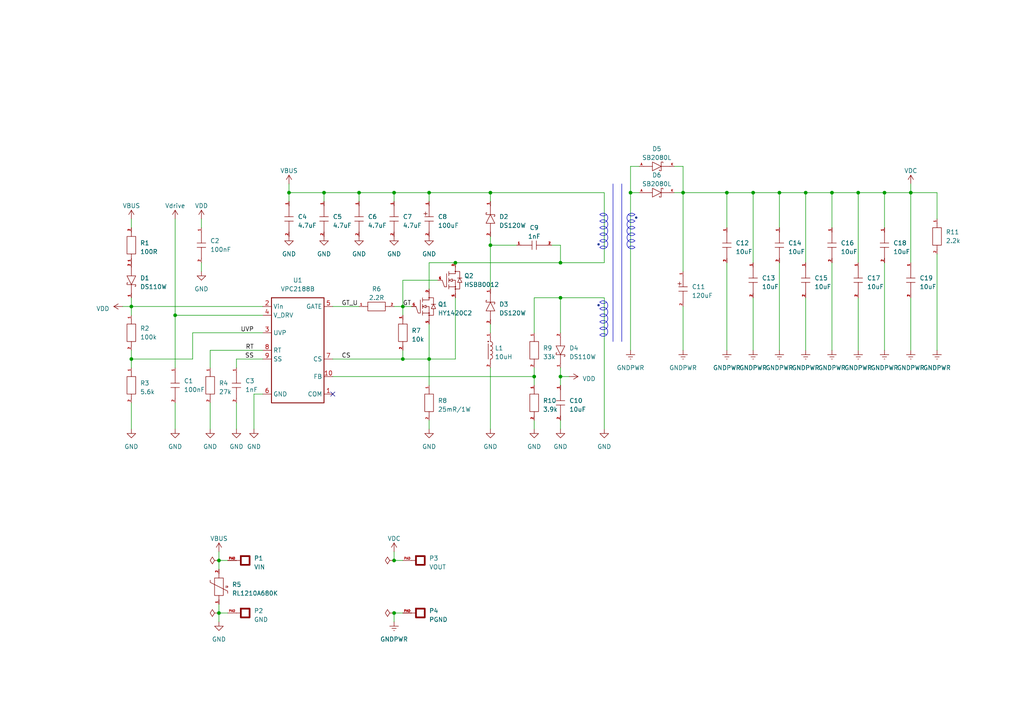
<source format=kicad_sch>
(kicad_sch (version 20230121) (generator eeschema)
  (paper "A4")
  (lib_symbols
    (symbol "001_Basic_PassiveComponents:001_Resistor" (pin_names (offset 1.016))
      (property "Reference" "R" (at -4.445 -2.54 0))
      (property "Value" "001_Resistor" (at 0 2.54 0))
      (symbol "001_Resistor_0_1"
        (rectangle (start -2.54 1.27) (end 2.54 -1.27))
        (polyline (pts (xy -3.81 0) (xy -2.54 0)))
        (polyline (pts (xy 2.54 0) (xy 3.81 0)))
      )
      (symbol "001_Resistor_1_1"
        (pin passive line (at -5.08 0 0) (length 1.27) (name "~") (number "1"))
        (pin passive line (at 5.08 0 180) (length 1.27) (name "~") (number "2"))
      )
    )
    (symbol "001_Basic_PassiveComponents:003_MetalOxideVaristors" (pin_names (offset 1.016))
      (property "Reference" "R" (at -4.445 -2.54 0))
      (property "Value" "003_MetalOxideVaristors" (at 0 5.08 0))
      (symbol "003_MetalOxideVaristors_0_1"
        (rectangle (start -2.54 1.27) (end 2.54 -1.27))
        (polyline (pts (xy -3.81 0) (xy -2.54 0)))
        (polyline (pts (xy 2.54 0) (xy 3.81 0)))
        (polyline (pts (xy -1.905 -2.54) (xy -1.27 -2.54) (xy 1.27 2.54) (xy 1.905 2.54)))
      )
      (symbol "003_MetalOxideVaristors_1_1"
        (text "U" (at 0 -2.286 0) (effects (font (size 0.635 0.635))))
        (pin passive line (at -5.08 0 0) (length 1.27) (name "~") (number "1"))
        (pin passive line (at 5.08 0 180) (length 1.27) (name "~") (number "2"))
      )
    )
    (symbol "001_Basic_PassiveComponents:101_Capacitor" (pin_names (offset 1.016))
      (property "Reference" "C" (at -4.445 -2.54 0))
      (property "Value" "101_Capacitor" (at 0 2.54 0))
      (symbol "101_Capacitor_0_1"
        (polyline (pts (xy -3.81 0) (xy -0.635 0)))
        (polyline (pts (xy -0.635 1.27) (xy -0.635 -1.27)))
        (polyline (pts (xy 0.635 0) (xy 3.81 0)))
        (polyline (pts (xy 0.635 1.27) (xy 0.635 -1.27)))
      )
      (symbol "101_Capacitor_1_1"
        (pin passive line (at -5.08 0 0) (length 1.27) (name "~") (number "1"))
        (pin passive line (at 5.08 0 180) (length 1.27) (name "~") (number "2"))
      )
    )
    (symbol "001_Basic_PassiveComponents:102_PolarCapacitor" (pin_names (offset 1.016))
      (property "Reference" "C" (at -4.445 -2.54 0))
      (property "Value" "102_PolarCapacitor" (at 0 2.54 0))
      (symbol "102_PolarCapacitor_0_1"
        (polyline (pts (xy -3.81 0) (xy -0.635 0)))
        (polyline (pts (xy -2.032 -1.016) (xy -1.016 -1.016)))
        (polyline (pts (xy -1.524 -0.508) (xy -1.524 -1.524)))
        (polyline (pts (xy -0.635 1.27) (xy -0.635 -1.27)))
        (polyline (pts (xy 0.635 0) (xy 3.81 0)))
        (polyline (pts (xy 0.635 1.27) (xy 0.635 -1.27)))
      )
      (symbol "102_PolarCapacitor_1_1"
        (pin passive line (at -5.08 0 0) (length 1.27) (name "~") (number "1"))
        (pin passive line (at 5.08 0 180) (length 1.27) (name "~") (number "2"))
      )
    )
    (symbol "001_Basic_PassiveComponents:202_PowerChoke" (pin_names (offset 1.016))
      (property "Reference" "L" (at -4.445 -2.54 0))
      (property "Value" "202_PowerChoke" (at 0 2.54 0))
      (symbol "202_PowerChoke_0_1"
        (circle (center -2.54 -0.635) (radius 0.127) (fill (type outline)))
        (arc (start -1.27 0) (mid -1.905 0.6323) (end -2.54 0))
        (arc (start 0 0) (mid -0.635 0.6323) (end -1.27 0))
        (polyline (pts (xy -2.54 0) (xy -3.81 0)))
        (polyline (pts (xy -1.905 -0.635) (xy 2.54 -0.635)))
        (polyline (pts (xy 2.54 0) (xy 3.81 0)))
        (arc (start 1.27 0) (mid 0.635 0.6323) (end 0 0))
        (arc (start 2.54 0) (mid 1.905 0.6323) (end 1.27 0))
      )
      (symbol "202_PowerChoke_1_1"
        (pin passive line (at -5.08 0 0) (length 1.27) (name "~") (number "1"))
        (pin passive line (at 5.08 0 180) (length 1.27) (name "~") (number "2"))
      )
    )
    (symbol "002_Basic_SingleSemiconductor:002_Diode_Schottky" (pin_names (offset 1.016) hide)
      (property "Reference" "D" (at -4.445 -2.54 0))
      (property "Value" "002_Diode_Schottky" (at 0 2.54 0))
      (symbol "002_Diode_Schottky_0_1"
        (polyline (pts (xy -3.81 0) (xy -1.27 0)))
        (polyline (pts (xy 1.27 0) (xy 3.81 0)))
        (polyline (pts (xy 1.27 1.27) (xy -1.27 0) (xy 1.27 -1.27) (xy 1.27 1.27)))
        (polyline (pts (xy -0.762 1.016) (xy -0.762 1.27) (xy -1.27 1.27) (xy -1.27 -1.27) (xy -1.778 -1.27) (xy -1.778 -1.016)))
      )
      (symbol "002_Diode_Schottky_1_1"
        (pin passive line (at -5.08 0 0) (length 1.27) (name "Cathode") (number "1"))
        (pin passive line (at 5.08 0 180) (length 1.27) (name "Anode") (number "2"))
      )
    )
    (symbol "104_IntegratedCircuit_SMPS-Controller:VPC2188B"
      (property "Reference" "U" (at -5.08 -17.78 0))
      (property "Value" "VPC2188B" (at 0 17.78 0))
      (symbol "VPC2188B_0_1"
        (rectangle (start -7.62 15.24) (end 7.62 -15.24) (stroke (width 0.254)))
      )
      (symbol "VPC2188B_1_1"
        (pin input line (at 10.16 -12.7 180) (length 2.54) (name "COM") (number "1"))
        (pin input line (at 10.16 -7.62 180) (length 2.54) (name "FB") (number "10"))
        (pin power_in line (at -10.16 12.7 0) (length 2.54) (name "Vin") (number "2"))
        (pin input line (at -10.16 5.08 0) (length 2.54) (name "UVP") (number "3"))
        (pin power_out line (at -10.16 10.16 0) (length 2.54) (name "V_DRV") (number "4"))
        (pin output line (at 10.16 12.7 180) (length 2.54) (name "GATE") (number "5"))
        (pin power_in line (at -10.16 -12.7 0) (length 2.54) (name "GND") (number "6"))
        (pin input line (at 10.16 -2.54 180) (length 2.54) (name "CS") (number "7"))
        (pin passive line (at -10.16 0 0) (length 2.54) (name "RT") (number "8"))
        (pin passive line (at -10.16 -2.54 0) (length 2.54) (name "SS") (number "9"))
      )
    )
    (symbol "201_Power_Diode:002_Diode_Schottky" (pin_names (offset 1.016) hide)
      (property "Reference" "D" (at -4.445 -2.54 0))
      (property "Value" "002_Diode_Schottky" (at 0 2.54 0))
      (symbol "002_Diode_Schottky_0_1"
        (polyline (pts (xy -3.81 0) (xy -1.27 0)))
        (polyline (pts (xy 1.27 0) (xy 3.81 0)))
        (polyline (pts (xy 1.27 1.27) (xy -1.27 0) (xy 1.27 -1.27) (xy 1.27 1.27)))
        (polyline (pts (xy -0.762 1.016) (xy -0.762 1.27) (xy -1.27 1.27) (xy -1.27 -1.27) (xy -1.778 -1.27) (xy -1.778 -1.016)))
      )
      (symbol "002_Diode_Schottky_1_1"
        (pin passive line (at 5.08 0 180) (length 1.27) (name "Anode") (number "A"))
        (pin passive line (at -5.08 0 0) (length 1.27) (name "Cathode") (number "K"))
      )
    )
    (symbol "202_Power_Transistor:001_MOSFET_N-ch" (pin_names (offset 1.016) hide)
      (property "Reference" "Q" (at 3.175 -1.27 0))
      (property "Value" "001_MOSFET_N-ch" (at 11.43 1.27 0))
      (symbol "001_MOSFET_N-ch_0_1"
        (circle (center 0 -2.54) (radius 0.127) (fill (type outline)))
        (circle (center 0 -1.905) (radius 0.127) (fill (type outline)))
        (polyline (pts (xy -1.905 -1.905) (xy 0 -1.905)))
        (polyline (pts (xy -1.905 -1.27) (xy -1.905 -2.54)))
        (polyline (pts (xy -1.905 0.635) (xy -1.905 -0.635)))
        (polyline (pts (xy -1.905 1.905) (xy 0 1.905)))
        (polyline (pts (xy -1.905 2.54) (xy -1.905 1.27)))
        (polyline (pts (xy 0 -1.905) (xy 0 -3.81)))
        (polyline (pts (xy 0 3.81) (xy 0 1.905)))
        (polyline (pts (xy 0.635 0.635) (xy 1.905 0.635)))
        (polyline (pts (xy -0.889 0) (xy 0 0) (xy 0 -1.905)))
        (polyline (pts (xy 0 -2.54) (xy 1.27 -2.54) (xy 1.27 -0.635)))
        (polyline (pts (xy 0 2.54) (xy 1.27 2.54) (xy 1.27 0.635)))
        (polyline (pts (xy -2.54 1.905) (xy -2.54 -1.905) (xy -3.175 -1.905) (xy -3.81 0)))
        (polyline (pts (xy -1.905 0) (xy -0.889 0.381) (xy -0.889 -0.381) (xy -1.905 0)))
        (polyline (pts (xy 1.27 0.635) (xy 0.635 -0.635) (xy 1.905 -0.635) (xy 1.27 0.635)))
        (circle (center 0 2.54) (radius 0.127) (fill (type outline)))
      )
      (symbol "001_MOSFET_N-ch_1_1"
        (pin passive line (at 0 5.08 270) (length 1.27) (name "Drain") (number "D"))
        (pin passive line (at -5.08 0 0) (length 1.27) (name "Gate") (number "G"))
        (pin passive line (at 0 -5.08 90) (length 1.27) (name "Source") (number "S"))
      )
    )
    (symbol "301_Link_Pad:Pad_Square" (pin_names hide)
      (property "Reference" "P" (at -2.54 -2.54 0))
      (property "Value" "Pad_Square" (at 0 3.81 0))
      (symbol "Pad_Square_0_1"
        (rectangle (start -1.27 1.27) (end 1.27 -1.27) (stroke (width 0.5)))
        (polyline (pts (xy -2.54 0) (xy -1.27 0)) (stroke (width 0.1524)))
      )
      (symbol "Pad_Square_1_1"
        (pin passive line (at -5.08 0 0) (length 2.54) (name "PAD") (number "PAD"))
      )
    )
    (symbol "PowerPort:VDD" (power) (pin_names (offset 0))
      (property "Value" "VDD" (at 0 3.81 0))
      (symbol "VDD_0_1"
        (polyline (pts (xy -0.762 1.27) (xy 0 2.54)))
        (polyline (pts (xy 0 0) (xy 0 2.54)))
        (polyline (pts (xy 0 2.54) (xy 0.762 1.27)))
      )
      (symbol "VDD_1_1"
        (pin power_in line (at 0 0 90) (length 0) hide (name "VDD") (number "1"))
      )
    )
    (symbol "power:GND" (power) (pin_names (offset 0))
      (property "Value" "GND" (at 0 -3.81 0))
      (symbol "GND_0_1"
        (polyline (pts (xy 0 0) (xy 0 -1.27) (xy 1.27 -1.27) (xy 0 -2.54) (xy -1.27 -1.27) (xy 0 -1.27)))
      )
      (symbol "GND_1_1"
        (pin power_in line (at 0 0 270) (length 0) hide (name "GND") (number "1"))
      )
    )
    (symbol "power:GNDPWR" (power) (pin_names (offset 0))
      (property "Value" "GNDPWR" (at 0 -3.302 0))
      (symbol "GNDPWR_0_1"
        (polyline (pts (xy -0.635 -1.905) (xy 0.635 -1.905)))
        (polyline (pts (xy -0.127 -2.54) (xy 0.127 -2.54)))
        (polyline (pts (xy 0 -1.27) (xy 0 0)))
        (polyline (pts (xy 1.27 -1.27) (xy -1.27 -1.27)))
      )
      (symbol "GNDPWR_1_1"
        (pin power_in line (at 0 0 270) (length 0) hide (name "GNDPWR") (number "1"))
      )
    )
    (symbol "power:PWR_FLAG" (power) (pin_numbers hide) (pin_names (offset 0) hide)
      (property "Value" "PWR_FLAG" (at 0 3.81 0))
      (symbol "PWR_FLAG_0_0"
        (pin power_out line (at 0 0 90) (length 0) (name "pwr") (number "1"))
      )
      (symbol "PWR_FLAG_0_1"
        (polyline (pts (xy 0 0) (xy 0 1.27) (xy -1.016 1.905) (xy 0 2.54) (xy 1.016 1.905) (xy 0 1.27)))
      )
    )
    (symbol "power:VBUS" (power) (pin_names (offset 0))
      (property "Value" "VBUS" (at 0 3.81 0))
      (symbol "VBUS_0_1"
        (polyline (pts (xy -0.762 1.27) (xy 0 2.54)))
        (polyline (pts (xy 0 0) (xy 0 2.54)))
        (polyline (pts (xy 0 2.54) (xy 0.762 1.27)))
      )
      (symbol "VBUS_1_1"
        (pin power_in line (at 0 0 90) (length 0) hide (name "VBUS") (number "1"))
      )
    )
    (symbol "power:VDC" (power) (pin_names (offset 0))
      (property "Value" "VDC" (at 0 6.35 0))
      (symbol "VDC_0_1"
        (polyline (pts (xy -0.762 1.27) (xy 0 2.54)))
        (polyline (pts (xy 0 0) (xy 0 2.54)))
        (polyline (pts (xy 0 2.54) (xy 0.762 1.27)))
      )
      (symbol "VDC_1_1"
        (pin power_in line (at 0 0 90) (length 0) hide (name "VDC") (number "1"))
      )
    )
    (symbol "power:Vdrive" (power) (pin_names (offset 0))
      (property "Value" "Vdrive" (at 0 3.81 0))
      (symbol "Vdrive_0_1"
        (polyline (pts (xy -0.762 1.27) (xy 0 2.54)))
        (polyline (pts (xy 0 0) (xy 0 2.54)))
        (polyline (pts (xy 0 2.54) (xy 0.762 1.27)))
      )
      (symbol "Vdrive_1_1"
        (pin power_in line (at 0 0 90) (length 0) hide (name "Vdrive") (number "1"))
      )
    )
  )
  (junction (at 83.82 55.88))
  (junction (at 248.92 55.88))
  (junction (at 226.06 55.88))
  (junction (at 124.46 104.14))
  (junction (at 104.14 55.88))
  (junction (at 63.5 177.8))
  (junction (at 63.5 162.56))
  (junction (at 198.12 55.88))
  (junction (at 38.1 104.14))
  (junction (at 124.46 55.88))
  (junction (at 142.24 71.12))
  (junction (at 218.44 55.88))
  (junction (at 241.3 55.88))
  (junction (at 182.88 55.88))
  (junction (at 210.82 55.88))
  (junction (at 50.8 91.44))
  (junction (at 162.56 76.2))
  (junction (at 142.24 55.88))
  (junction (at 154.94 109.22))
  (junction (at 233.68 55.88))
  (junction (at 114.3 177.8))
  (junction (at 162.56 86.36))
  (junction (at 114.3 162.56))
  (junction (at 116.84 104.14))
  (junction (at 132.08 76.2))
  (junction (at 256.54 55.88))
  (junction (at 264.16 55.88))
  (junction (at 38.1 88.9))
  (junction (at 116.84 88.9))
  (junction (at 162.56 109.22))
  (junction (at 114.3 55.88))
  (junction (at 93.98 55.88))
  (no_connect (at 96.52 114.3))
  (wire (pts (xy 132.08 76.2) (xy 162.56 76.2)))
  (wire (pts (xy 58.42 63.5) (xy 58.42 66.04)))
  (wire (pts (xy 124.46 93.98) (xy 124.46 104.14)))
  (wire (pts (xy 68.58 106.68) (xy 68.58 104.14)))
  (wire (pts (xy 154.94 106.68) (xy 154.94 109.22)))
  (wire (pts (xy 160.02 71.12) (xy 162.56 71.12)))
  (wire (pts (xy 114.3 177.8) (xy 116.84 177.8)))
  (wire (pts (xy 50.8 91.44) (xy 76.2 91.44)))
  (wire (pts (xy 142.24 68.58) (xy 142.24 71.12)))
  (wire (pts (xy 96.52 104.14) (xy 116.84 104.14)))
  (wire (pts (xy 218.44 86.36) (xy 218.44 101.6)))
  (wire (pts (xy 248.92 86.36) (xy 248.92 101.6)))
  (wire (pts (xy 114.3 160.02) (xy 114.3 162.56)))
  (wire (pts (xy 154.94 109.22) (xy 154.94 111.76)))
  (wire (pts (xy 116.84 88.9) (xy 119.38 88.9)))
  (wire (pts (xy 50.8 63.5) (xy 50.8 91.44)))
  (wire (pts (xy 182.88 55.88) (xy 185.42 55.88)))
  (wire (pts (xy 93.98 55.88) (xy 83.82 55.88)))
  (wire (pts (xy 68.58 104.14) (xy 76.2 104.14)))
  (wire (pts (xy 154.94 86.36) (xy 154.94 96.52)))
  (wire (pts (xy 226.06 76.2) (xy 226.06 101.6)))
  (wire (pts (xy 124.46 121.92) (xy 124.46 124.46)))
  (wire (pts (xy 38.1 88.9) (xy 76.2 88.9)))
  (wire (pts (xy 175.26 86.36) (xy 162.56 86.36)))
  (wire (pts (xy 142.24 55.88) (xy 142.24 58.42)))
  (wire (pts (xy 154.94 121.92) (xy 154.94 124.46)))
  (wire (pts (xy 96.52 88.9) (xy 104.14 88.9)))
  (wire (pts (xy 63.5 175.26) (xy 63.5 177.8)))
  (wire (pts (xy 116.84 104.14) (xy 124.46 104.14)))
  (wire (pts (xy 114.3 88.9) (xy 116.84 88.9)))
  (wire (pts (xy 162.56 121.92) (xy 162.56 124.46)))
  (wire (pts (xy 35.56 88.9) (xy 38.1 88.9)))
  (wire (pts (xy 73.66 124.46) (xy 73.66 114.3)))
  (wire (pts (xy 256.54 76.2) (xy 256.54 101.6)))
  (wire (pts (xy 142.24 71.12) (xy 142.24 83.82)))
  (wire (pts (xy 271.78 55.88) (xy 264.16 55.88)))
  (wire (pts (xy 114.3 55.88) (xy 114.3 58.42)))
  (wire (pts (xy 264.16 55.88) (xy 256.54 55.88)))
  (wire (pts (xy 38.1 86.36) (xy 38.1 88.9)))
  (wire (pts (xy 182.88 48.26) (xy 182.88 55.88)))
  (wire (pts (xy 93.98 55.88) (xy 93.98 58.42)))
  (wire (pts (xy 114.3 162.56) (xy 116.84 162.56)))
  (wire (pts (xy 233.68 55.88) (xy 226.06 55.88)))
  (wire (pts (xy 271.78 73.66) (xy 271.78 101.6)))
  (wire (pts (xy 218.44 55.88) (xy 210.82 55.88)))
  (wire (pts (xy 175.26 86.36) (xy 175.26 124.46)))
  (wire (pts (xy 198.12 48.26) (xy 198.12 55.88)))
  (wire (pts (xy 55.88 96.52) (xy 55.88 104.14)))
  (wire (pts (xy 162.56 76.2) (xy 175.26 76.2)))
  (wire (pts (xy 127 81.28) (xy 116.84 81.28)))
  (wire (pts (xy 162.56 109.22) (xy 165.1 109.22)))
  (wire (pts (xy 50.8 116.84) (xy 50.8 124.46)))
  (wire (pts (xy 271.78 63.5) (xy 271.78 55.88)))
  (wire (pts (xy 66.04 162.56) (xy 63.5 162.56)))
  (wire (pts (xy 132.08 104.14) (xy 124.46 104.14)))
  (wire (pts (xy 38.1 116.84) (xy 38.1 124.46)))
  (wire (pts (xy 38.1 101.6) (xy 38.1 104.14)))
  (wire (pts (xy 60.96 101.6) (xy 60.96 106.68)))
  (wire (pts (xy 83.82 53.34) (xy 83.82 55.88)))
  (wire (pts (xy 104.14 55.88) (xy 104.14 58.42)))
  (wire (pts (xy 124.46 76.2) (xy 124.46 83.82)))
  (wire (pts (xy 175.26 76.2) (xy 175.26 55.88)))
  (wire (pts (xy 256.54 55.88) (xy 256.54 66.04)))
  (wire (pts (xy 55.88 104.14) (xy 38.1 104.14)))
  (wire (pts (xy 116.84 81.28) (xy 116.84 88.9)))
  (wire (pts (xy 58.42 76.2) (xy 58.42 78.74)))
  (wire (pts (xy 38.1 63.5) (xy 38.1 66.04)))
  (wire (pts (xy 132.08 86.36) (xy 132.08 104.14)))
  (wire (pts (xy 73.66 114.3) (xy 76.2 114.3)))
  (wire (pts (xy 83.82 55.88) (xy 83.82 58.42)))
  (wire (pts (xy 162.56 86.36) (xy 154.94 86.36)))
  (wire (pts (xy 76.2 96.52) (xy 55.88 96.52)))
  (wire (pts (xy 63.5 162.56) (xy 63.5 165.1)))
  (wire (pts (xy 248.92 55.88) (xy 241.3 55.88)))
  (wire (pts (xy 50.8 106.68) (xy 50.8 91.44)))
  (wire (pts (xy 162.56 86.36) (xy 162.56 96.52)))
  (wire (pts (xy 114.3 180.34) (xy 114.3 177.8)))
  (wire (pts (xy 233.68 86.36) (xy 233.68 101.6)))
  (wire (pts (xy 256.54 55.88) (xy 248.92 55.88)))
  (polyline (pts (xy 180.34 53.34) (xy 180.34 99.06)))
  (wire (pts (xy 241.3 76.2) (xy 241.3 101.6)))
  (wire (pts (xy 63.5 177.8) (xy 66.04 177.8)))
  (wire (pts (xy 241.3 55.88) (xy 233.68 55.88)))
  (wire (pts (xy 114.3 55.88) (xy 124.46 55.88)))
  (polyline (pts (xy 177.8 53.34) (xy 177.8 99.06)))
  (wire (pts (xy 198.12 55.88) (xy 210.82 55.88)))
  (wire (pts (xy 248.92 55.88) (xy 248.92 76.2)))
  (wire (pts (xy 116.84 88.9) (xy 116.84 91.44)))
  (wire (pts (xy 226.06 55.88) (xy 226.06 66.04)))
  (wire (pts (xy 175.26 55.88) (xy 142.24 55.88)))
  (wire (pts (xy 124.46 55.88) (xy 124.46 58.42)))
  (wire (pts (xy 195.58 48.26) (xy 198.12 48.26)))
  (wire (pts (xy 264.16 55.88) (xy 264.16 76.2)))
  (wire (pts (xy 124.46 104.14) (xy 124.46 111.76)))
  (wire (pts (xy 264.16 53.34) (xy 264.16 55.88)))
  (wire (pts (xy 76.2 101.6) (xy 60.96 101.6)))
  (wire (pts (xy 38.1 88.9) (xy 38.1 91.44)))
  (wire (pts (xy 38.1 104.14) (xy 38.1 106.68)))
  (wire (pts (xy 218.44 55.88) (xy 218.44 76.2)))
  (wire (pts (xy 233.68 55.88) (xy 233.68 76.2)))
  (wire (pts (xy 104.14 55.88) (xy 114.3 55.88)))
  (wire (pts (xy 142.24 55.88) (xy 124.46 55.88)))
  (wire (pts (xy 210.82 55.88) (xy 210.82 66.04)))
  (wire (pts (xy 226.06 55.88) (xy 218.44 55.88)))
  (wire (pts (xy 162.56 106.68) (xy 162.56 109.22)))
  (wire (pts (xy 63.5 180.34) (xy 63.5 177.8)))
  (wire (pts (xy 116.84 101.6) (xy 116.84 104.14)))
  (wire (pts (xy 198.12 55.88) (xy 195.58 55.88)))
  (wire (pts (xy 68.58 116.84) (xy 68.58 124.46)))
  (wire (pts (xy 264.16 86.36) (xy 264.16 101.6)))
  (wire (pts (xy 104.14 55.88) (xy 93.98 55.88)))
  (wire (pts (xy 162.56 109.22) (xy 162.56 111.76)))
  (wire (pts (xy 182.88 55.88) (xy 182.88 101.6)))
  (wire (pts (xy 198.12 88.9) (xy 198.12 101.6)))
  (wire (pts (xy 210.82 76.2) (xy 210.82 101.6)))
  (wire (pts (xy 63.5 162.56) (xy 63.5 160.02)))
  (wire (pts (xy 198.12 55.88) (xy 198.12 78.74)))
  (wire (pts (xy 142.24 71.12) (xy 149.86 71.12)))
  (wire (pts (xy 124.46 76.2) (xy 132.08 76.2)))
  (wire (pts (xy 142.24 93.98) (xy 142.24 96.52)))
  (wire (pts (xy 185.42 48.26) (xy 182.88 48.26)))
  (wire (pts (xy 162.56 71.12) (xy 162.56 76.2)))
  (wire (pts (xy 96.52 109.22) (xy 154.94 109.22)))
  (wire (pts (xy 142.24 106.68) (xy 142.24 124.46)))
  (wire (pts (xy 241.3 55.88) (xy 241.3 66.04)))
  (wire (pts (xy 60.96 116.84) (xy 60.96 124.46)))
  (arc (start 173.99 71.755) (mid 174.9425 71.3604) (end 175.895 71.755))
  (arc (start 175.895 64.135) (mid 176.2848 65.0882) (end 175.895 66.04))
  (arc (start 182.245 67.945) (mid 183.1975 67.5551) (end 184.15 67.945))
  (arc (start 175.895 91.44) (mid 174.9425 91.8304) (end 173.99 91.44))
  (arc (start 175.895 89.535) (mid 174.9425 89.9254) (end 173.99 89.535))
  (arc (start 173.99 69.85) (mid 174.9425 69.4596) (end 175.895 69.85))
  (arc (start 175.895 69.85) (mid 176.2785 70.8018) (end 175.895 71.755))
  (arc (start 173.99 97.155) (mid 174.9425 96.7604) (end 175.895 97.155))
  (arc (start 175.895 67.945) (mid 174.9425 68.3349) (end 173.99 67.945))
  (arc (start 184.15 62.23) (mid 183.1975 62.6246) (end 182.245 62.23))
  (arc (start 182.245 66.04) (mid 181.8671 65.0882) (end 182.245 64.135))
  (arc (start 173.99 64.135) (mid 174.9425 63.7446) (end 175.895 64.135))
  (arc (start 182.245 69.85) (mid 183.1975 69.4601) (end 184.15 69.85))
  (arc (start 175.895 66.04) (mid 174.9425 66.4299) (end 173.99 66.04))
  (arc (start 175.895 97.155) (mid 174.9425 97.5454) (end 173.99 97.155))
  (circle (center 173.609 88.519) (radius 0.254) (fill (type color) (color 0 72 0 1)))
  (circle (center 184.531 63.119) (radius 0.254) (fill (type color) (color 0 72 0 1)))
  (arc (start 182.245 62.23) (mid 183.1975 61.8401) (end 184.15 62.23))
  (arc (start 175.895 95.25) (mid 174.9425 95.6404) (end 173.99 95.25))
  (arc (start 173.99 91.44) (mid 174.9425 91.0501) (end 175.895 91.44))
  (arc (start 173.99 87.63) (mid 174.9425 87.2401) (end 175.895 87.63))
  (arc (start 175.895 87.63) (mid 176.2757 88.5818) (end 175.895 89.535))
  (arc (start 173.99 66.04) (mid 174.9425 65.6496) (end 175.895 66.04))
  (arc (start 182.245 71.755) (mid 183.1975 71.3604) (end 184.15 71.755))
  (arc (start 175.895 93.345) (mid 176.2877 94.2982) (end 175.895 95.25))
  (arc (start 184.15 66.04) (mid 183.1975 66.4304) (end 182.245 66.04))
  (arc (start 182.245 71.755) (mid 181.8523 70.8018) (end 182.245 69.85))
  (arc (start 175.895 64.135) (mid 174.9425 64.5249) (end 173.99 64.135))
  (arc (start 173.99 95.25) (mid 174.9425 94.8601) (end 175.895 95.25))
  (arc (start 182.245 67.945) (mid 181.8523 66.9918) (end 182.245 66.04))
  (arc (start 175.895 89.535) (mid 176.2848 90.4882) (end 175.895 91.44))
  (arc (start 175.895 71.755) (mid 174.9425 72.1449) (end 173.99 71.755))
  (arc (start 184.15 71.755) (mid 183.1975 72.1454) (end 182.245 71.755))
  (arc (start 184.15 69.85) (mid 183.1975 70.2404) (end 182.245 69.85))
  (arc (start 175.895 95.25) (mid 176.2757 96.2018) (end 175.895 97.155))
  (arc (start 173.99 89.535) (mid 174.9425 89.1451) (end 175.895 89.535))
  (arc (start 173.99 62.23) (mid 174.9425 61.8396) (end 175.895 62.23))
  (arc (start 173.99 93.345) (mid 174.9425 92.9551) (end 175.895 93.345))
  (arc (start 175.895 62.23) (mid 176.2785 63.1818) (end 175.895 64.135))
  (circle (center 173.609 70.866) (radius 0.254) (fill (type color) (color 0 72 0 1)))
  (arc (start 175.895 87.63) (mid 174.9425 88.0246) (end 173.99 87.63))
  (arc (start 175.895 93.345) (mid 174.9425 93.7354) (end 173.99 93.345))
  (arc (start 173.99 67.945) (mid 174.9425 67.5546) (end 175.895 67.945))
  (arc (start 184.15 64.135) (mid 183.1975 64.5254) (end 182.245 64.135))
  (arc (start 175.895 67.945) (mid 176.2819 68.8982) (end 175.895 69.85))
  (arc (start 182.245 66.04) (mid 183.1975 65.6501) (end 184.15 66.04))
  (arc (start 182.245 69.85) (mid 181.8643 68.8982) (end 182.245 67.945))
  (arc (start 182.245 64.135) (mid 183.1975 63.7451) (end 184.15 64.135))
  (arc (start 182.245 64.135) (mid 181.8523 63.1818) (end 182.245 62.23))
  (arc (start 184.15 67.945) (mid 183.1975 68.3354) (end 182.245 67.945))
  (arc (start 175.895 66.04) (mid 176.2785 66.9918) (end 175.895 67.945))
  (arc (start 175.895 91.44) (mid 176.2757 92.3918) (end 175.895 93.345))
  (arc (start 175.895 69.85) (mid 174.9425 70.2399) (end 173.99 69.85))
  (arc (start 175.895 62.23) (mid 174.9425 62.6246) (end 173.99 62.23))
  (label "RT" (at 73.66 101.6 180))
  (label "CS" (at 99.06 104.14 0))
  (label "SS" (at 73.66 104.14 180))
  (label "GT_U" (at 99.06 88.9 0))
  (label "GT" (at 116.84 88.9 0))
  (label "UVP" (at 73.66 96.52 180))
  (symbol (lib_id "301_Link_Pad:Pad_Square") (at 71.12 177.8 0) (unit 1)
    (property "Reference" "P2" (at 73.66 177.165 0) (effects (justify left)))
    (property "Value" "GND" (at 73.66 179.705 0) (effects (justify left)))
    (property "Footprint" "302_MECH_PAD:SMP-Q_2020" (effects hide))
    (property "Symbol type" "Alternate Source" (effects hide))
  )
  (symbol (lib_id "001_Basic_PassiveComponents:101_Capacitor") (at 248.92 81.28 270) (unit 1)
    (property "Reference" "C17" (at 251.46 80.645 90) (effects (justify left)))
    (property "Value" "10uF" (at 251.46 83.185 90) (effects (justify left)))
    (property "Footprint" "001_GN_RCL_SMD:C0603(1608M)" (effects hide))
    (property "Symbol type" "Alternate Source" (effects hide))
  )
  (symbol (lib_id "001_Basic_PassiveComponents:001_Resistor") (at 271.78 68.58 270) (unit 1)
    (property "Reference" "R11" (at 274.32 67.31 90) (effects (justify left)))
    (property "Value" "2.2k" (at 274.32 69.85 90) (effects (justify left)))
    (property "Footprint" "001_GN_RCL_SMD:R1206(3216M)" (effects hide))
    (property "Symbol type" "Alternate Source" (effects hide))
  )
  (symbol (lib_id "power:GND") (at 124.46 124.46 0) (unit 1)
    (property "Reference" "#PWR021" (effects hide))
    (property "Value" "GND" (at 124.46 129.54 0))
  )
  (symbol (lib_id "001_Basic_PassiveComponents:101_Capacitor") (at 93.98 63.5 270) (unit 1)
    (property "Reference" "C5" (at 96.52 62.865 90) (effects (justify left)))
    (property "Value" "4.7uF" (at 96.52 65.405 90) (effects (justify left)))
    (property "Footprint" "001_GN_RCL_SMD:C1210(3225M)" (effects hide))
    (property "Symbol type" "Alternate Source" (effects hide))
  )
  (symbol (lib_id "power:GNDPWR") (at 210.82 101.6 0) (unit 1)
    (property "Reference" "#PWR029" (effects hide))
    (property "Value" "GNDPWR" (at 210.82 106.68 0))
  )
  (symbol (lib_id "PowerPort:VDD") (at 35.56 88.9 90) (unit 1)
    (property "Reference" "#PWR01" (effects hide))
    (property "Value" "VDD" (at 31.75 89.535 90) (effects (justify left)))
  )
  (symbol (lib_id "002_Basic_SingleSemiconductor:002_Diode_Schottky") (at 142.24 63.5 270) (unit 1)
    (property "Reference" "D2" (at 144.78 62.865 90) (effects (justify left)))
    (property "Value" "DS120W" (at 144.78 65.405 90) (effects (justify left)))
    (property "Footprint" "002_GN_TWO-PIN_PLASTIC_SMD:SOD-123F" (effects hide))
    (property "Symbol type" "Alternate Source" (effects hide))
  )
  (symbol (lib_id "001_Basic_PassiveComponents:001_Resistor") (at 60.96 111.76 270) (unit 1)
    (property "Reference" "R4" (at 63.5 111.125 90) (effects (justify left)))
    (property "Value" "27k" (at 63.5 113.665 90) (effects (justify left)))
    (property "Footprint" "001_GN_RCL_SMD:R0603(1608M)" (effects hide))
    (property "Symbol type" "Alternate Source" (effects hide))
  )
  (symbol (lib_id "001_Basic_PassiveComponents:101_Capacitor") (at 256.54 71.12 270) (unit 1)
    (property "Reference" "C18" (at 259.08 70.485 90) (effects (justify left)))
    (property "Value" "10uF" (at 259.08 73.025 90) (effects (justify left)))
    (property "Footprint" "001_GN_RCL_SMD:C0603(1608M)" (effects hide))
    (property "Symbol type" "Alternate Source" (effects hide))
  )
  (symbol (lib_id "power:GNDPWR") (at 218.44 101.6 0) (unit 1)
    (property "Reference" "#PWR030" (effects hide))
    (property "Value" "GNDPWR" (at 218.44 106.68 0))
  )
  (symbol (lib_id "power:GND") (at 83.82 68.58 0) (unit 1)
    (property "Reference" "#PWR014" (effects hide))
    (property "Value" "GND" (at 83.82 73.66 0))
  )
  (symbol (lib_id "power:PWR_FLAG") (at 114.3 177.8 90) (unit 1)
    (property "Reference" "#FLG04" (effects hide))
    (property "Value" "PWR_FLAG" (effects hide))
  )
  (symbol (lib_id "001_Basic_PassiveComponents:101_Capacitor") (at 210.82 71.12 270) (unit 1)
    (property "Reference" "C12" (at 213.36 70.485 90) (effects (justify left)))
    (property "Value" "10uF" (at 213.36 73.025 90) (effects (justify left)))
    (property "Footprint" "001_GN_RCL_SMD:C0603(1608M)" (effects hide))
    (property "Symbol type" "Alternate Source" (effects hide))
  )
  (symbol (lib_id "002_Basic_SingleSemiconductor:002_Diode_Schottky") (at 142.24 88.9 270) (unit 1)
    (property "Reference" "D3" (at 144.78 88.265 90) (effects (justify left)))
    (property "Value" "DS120W" (at 144.78 90.805 90) (effects (justify left)))
    (property "Footprint" "002_GN_TWO-PIN_PLASTIC_SMD:SOD-123F" (effects hide))
    (property "Symbol type" "Alternate Source" (effects hide))
  )
  (symbol (lib_id "001_Basic_PassiveComponents:101_Capacitor") (at 58.42 71.12 270) (unit 1)
    (property "Reference" "C2" (at 60.96 69.8499 90) (effects (justify left)))
    (property "Value" "100nF" (at 60.96 72.3899 90) (effects (justify left)))
    (property "Footprint" "001_GN_RCL_SMD:C0603(1608M)" (effects hide))
    (property "Symbol type" "Alternate Source" (effects hide))
  )
  (symbol (lib_id "power:VDC") (at 114.3 160.02 0) (unit 1)
    (property "Reference" "#PWR018" (effects hide))
    (property "Value" "VDC" (at 114.3 156.21 0))
  )
  (symbol (lib_id "power:GND") (at 124.46 68.58 0) (unit 1)
    (property "Reference" "#PWR020" (effects hide))
    (property "Value" "GND" (at 124.46 73.66 0))
  )
  (symbol (lib_id "power:PWR_FLAG") (at 114.3 162.56 90) (unit 1)
    (property "Reference" "#FLG03" (effects hide))
    (property "Value" "PWR_FLAG" (effects hide))
  )
  (symbol (lib_id "power:GND") (at 68.58 124.46 0) (unit 1)
    (property "Reference" "#PWR011" (effects hide))
    (property "Value" "GND" (at 68.58 129.54 0))
  )
  (symbol (lib_id "104_IntegratedCircuit_SMPS-Controller:VPC2188B") (at 86.36 101.6 0) (unit 1)
    (property "Reference" "U1" (at 86.36 81.28 0))
    (property "Value" "VPC2188B" (at 86.36 83.82 0))
    (property "Footprint" "004_GN_MIDDLE-SEMI_SMD:MSOP-10_3030" (effects hide))
    (property "Symbol type" "Specified Device" (effects hide))
    (property "LCSC" "C5187312" (effects hide))
    (property "JlcRotOffset" "0" (effects hide))
  )
  (symbol (lib_id "power:GNDPWR") (at 271.78 101.6 0) (unit 1)
    (property "Reference" "#PWR038" (effects hide))
    (property "Value" "GNDPWR" (at 271.78 106.68 0))
  )
  (symbol (lib_id "power:GNDPWR") (at 256.54 101.6 0) (unit 1)
    (property "Reference" "#PWR035" (effects hide))
    (property "Value" "GNDPWR" (at 256.54 106.68 0))
  )
  (symbol (lib_id "power:GNDPWR") (at 198.12 101.6 0) (unit 1)
    (property "Reference" "#PWR028" (effects hide))
    (property "Value" "GNDPWR" (at 198.12 106.68 0))
  )
  (symbol (lib_id "power:GND") (at 63.5 180.34 0) (unit 1)
    (property "Reference" "#PWR010" (effects hide))
    (property "Value" "GND" (at 63.5 185.42 0))
  )
  (symbol (lib_id "power:GND") (at 50.8 124.46 0) (unit 1)
    (property "Reference" "#PWR05" (effects hide))
    (property "Value" "GND" (at 50.8 129.54 0))
  )
  (symbol (lib_id "001_Basic_PassiveComponents:001_Resistor") (at 116.84 96.52 270) (unit 1)
    (property "Reference" "R7" (at 119.38 95.885 90) (effects (justify left)))
    (property "Value" "10k" (at 119.38 98.425 90) (effects (justify left)))
    (property "Footprint" "001_GN_RCL_SMD:R0603(1608M)" (effects hide))
    (property "Symbol type" "Alternate Source" (effects hide))
  )
  (symbol (lib_id "001_Basic_PassiveComponents:101_Capacitor") (at 264.16 81.28 270) (unit 1)
    (property "Reference" "C19" (at 266.7 80.645 90) (effects (justify left)))
    (property "Value" "10uF" (at 266.7 83.185 90) (effects (justify left)))
    (property "Footprint" "001_GN_RCL_SMD:C0603(1608M)" (effects hide))
    (property "Symbol type" "Alternate Source" (effects hide))
  )
  (symbol (lib_id "301_Link_Pad:Pad_Square") (at 71.12 162.56 0) (unit 1)
    (property "Reference" "P1" (at 73.66 161.925 0) (effects (justify left)))
    (property "Value" "VIN" (at 73.66 164.465 0) (effects (justify left)))
    (property "Footprint" "302_MECH_PAD:SMP-Q_2020" (effects hide))
    (property "Symbol type" "Alternate Source" (effects hide))
  )
  (symbol (lib_id "power:GND") (at 73.66 124.46 0) (unit 1)
    (property "Reference" "#PWR012" (effects hide))
    (property "Value" "GND" (at 73.66 129.54 0))
  )
  (symbol (lib_id "power:GNDPWR") (at 226.06 101.6 0) (unit 1)
    (property "Reference" "#PWR031" (effects hide))
    (property "Value" "GNDPWR" (at 226.06 106.68 0))
  )
  (symbol (lib_id "power:GNDPWR") (at 241.3 101.6 0) (unit 1)
    (property "Reference" "#PWR033" (effects hide))
    (property "Value" "GNDPWR" (at 241.3 106.68 0))
  )
  (symbol (lib_id "001_Basic_PassiveComponents:101_Capacitor") (at 218.44 81.28 270) (unit 1)
    (property "Reference" "C13" (at 220.98 80.645 90) (effects (justify left)))
    (property "Value" "10uF" (at 220.98 83.185 90) (effects (justify left)))
    (property "Footprint" "001_GN_RCL_SMD:C0603(1608M)" (effects hide))
    (property "Symbol type" "Alternate Source" (effects hide))
  )
  (symbol (lib_id "001_Basic_PassiveComponents:101_Capacitor") (at 226.06 71.12 270) (unit 1)
    (property "Reference" "C14" (at 228.6 70.485 90) (effects (justify left)))
    (property "Value" "10uF" (at 228.6 73.025 90) (effects (justify left)))
    (property "Footprint" "001_GN_RCL_SMD:C0603(1608M)" (effects hide))
    (property "Symbol type" "Alternate Source" (effects hide))
  )
  (symbol (lib_id "001_Basic_PassiveComponents:101_Capacitor") (at 114.3 63.5 270) (unit 1)
    (property "Reference" "C7" (at 116.84 62.865 90) (effects (justify left)))
    (property "Value" "4.7uF" (at 116.84 65.405 90) (effects (justify left)))
    (property "Footprint" "001_GN_RCL_SMD:C1210(3225M)" (effects hide))
    (property "Symbol type" "Alternate Source" (effects hide))
  )
  (symbol (lib_id "001_Basic_PassiveComponents:101_Capacitor") (at 104.14 63.5 270) (unit 1)
    (property "Reference" "C6" (at 106.68 62.865 90) (effects (justify left)))
    (property "Value" "4.7uF" (at 106.68 65.405 90) (effects (justify left)))
    (property "Footprint" "001_GN_RCL_SMD:C1210(3225M)" (effects hide))
    (property "Symbol type" "Alternate Source" (effects hide))
  )
  (symbol (lib_id "power:GNDPWR") (at 114.3 180.34 0) (unit 1)
    (property "Reference" "#PWR019" (effects hide))
    (property "Value" "GNDPWR" (at 114.3 185.42 0))
  )
  (symbol (lib_id "001_Basic_PassiveComponents:202_PowerChoke") (at 142.24 101.6 270) (unit 1)
    (property "Reference" "L1" (at 143.51 100.965 90) (effects (justify left)))
    (property "Value" "10uH" (at 143.51 103.505 90) (effects (justify left)))
    (property "Footprint" "008_GN_POWER-CHOKE_SMD:MC-2520" (effects hide))
    (property "Symbol type" "Alternate Source" (effects hide))
  )
  (symbol (lib_id "power:GND") (at 60.96 124.46 0) (unit 1)
    (property "Reference" "#PWR08" (effects hide))
    (property "Value" "GND" (at 60.96 129.54 0))
  )
  (symbol (lib_id "power:GND") (at 93.98 68.58 0) (unit 1)
    (property "Reference" "#PWR015" (effects hide))
    (property "Value" "GND" (at 93.98 73.66 0))
  )
  (symbol (lib_id "power:VBUS") (at 63.5 160.02 0) (unit 1)
    (property "Reference" "#PWR09" (effects hide))
    (property "Value" "VBUS" (at 63.5 156.21 0))
  )
  (symbol (lib_id "power:PWR_FLAG") (at 63.5 162.56 90) (unit 1)
    (property "Reference" "#FLG01" (effects hide))
    (property "Value" "PWR_FLAG" (effects hide))
  )
  (symbol (lib_id "001_Basic_PassiveComponents:001_Resistor") (at 109.22 88.9 0) (unit 1)
    (property "Reference" "R6" (at 109.22 83.82 0))
    (property "Value" "2.2R" (at 109.22 86.36 0))
    (property "Footprint" "001_GN_RCL_SMD:R0603(1608M)" (effects hide))
    (property "Symbol type" "Alternate Source" (effects hide))
  )
  (symbol (lib_id "PowerPort:VDD") (at 165.1 109.22 270) (unit 1)
    (property "Reference" "#PWR025" (effects hide))
    (property "Value" "VDD" (at 168.91 109.855 90) (effects (justify left)))
  )
  (symbol (lib_id "power:GND") (at 162.56 124.46 0) (unit 1)
    (property "Reference" "#PWR024" (effects hide))
    (property "Value" "GND" (at 162.56 129.54 0))
  )
  (symbol (lib_id "001_Basic_PassiveComponents:101_Capacitor") (at 241.3 71.12 270) (unit 1)
    (property "Reference" "C16" (at 243.84 70.485 90) (effects (justify left)))
    (property "Value" "10uF" (at 243.84 73.025 90) (effects (justify left)))
    (property "Footprint" "001_GN_RCL_SMD:C0603(1608M)" (effects hide))
    (property "Symbol type" "Alternate Source" (effects hide))
  )
  (symbol (lib_id "power:GND") (at 38.1 124.46 0) (unit 1)
    (property "Reference" "#PWR03" (effects hide))
    (property "Value" "GND" (at 38.1 129.54 0))
  )
  (symbol (lib_id "PowerPort:VDD") (at 58.42 63.5 0) (unit 1)
    (property "Reference" "#PWR06" (effects hide))
    (property "Value" "VDD" (at 58.42 59.69 0))
  )
  (symbol (lib_id "001_Basic_PassiveComponents:001_Resistor") (at 38.1 111.76 270) (unit 1)
    (property "Reference" "R3" (at 40.64 111.125 90) (effects (justify left)))
    (property "Value" "5.6k" (at 40.64 113.665 90) (effects (justify left)))
    (property "Footprint" "001_GN_RCL_SMD:R0603(1608M)" (effects hide))
    (property "Symbol type" "Alternate Source" (effects hide))
  )
  (symbol (lib_id "001_Basic_PassiveComponents:101_Capacitor") (at 83.82 63.5 270) (unit 1)
    (property "Reference" "C4" (at 86.36 62.865 90) (effects (justify left)))
    (property "Value" "4.7uF" (at 86.36 65.405 90) (effects (justify left)))
    (property "Footprint" "001_GN_RCL_SMD:C1210(3225M)" (effects hide))
    (property "Symbol type" "Alternate Source" (effects hide))
  )
  (symbol (lib_id "power:GND") (at 114.3 68.58 0) (unit 1)
    (property "Reference" "#PWR017" (effects hide))
    (property "Value" "GND" (at 114.3 73.66 0))
  )
  (symbol (lib_id "power:GND") (at 175.26 124.46 0) (unit 1)
    (property "Reference" "#PWR026" (effects hide))
    (property "Value" "GND" (at 175.26 129.54 0))
  )
  (symbol (lib_id "power:GND") (at 142.24 124.46 0) (unit 1)
    (property "Reference" "#PWR022" (effects hide))
    (property "Value" "GND" (at 142.24 129.54 0))
  )
  (symbol (lib_id "002_Basic_SingleSemiconductor:002_Diode_Schottky") (at 38.1 81.28 90) (unit 1)
    (property "Reference" "D1" (at 40.64 80.645 90) (effects (justify right)))
    (property "Value" "DS110W" (at 40.64 83.185 90) (effects (justify right)))
    (property "Footprint" "002_GN_TWO-PIN_PLASTIC_SMD:SOD-123F" (effects hide))
    (property "Symbol type" "Alternate Source" (effects hide))
  )
  (symbol (lib_id "power:GND") (at 104.14 68.58 0) (unit 1)
    (property "Reference" "#PWR016" (effects hide))
    (property "Value" "GND" (at 104.14 73.66 0))
  )
  (symbol (lib_id "201_Power_Diode:002_Diode_Schottky") (at 190.5 48.26 180) (unit 1)
    (property "Reference" "D5" (at 190.5 43.18 0))
    (property "Value" "SB2080L" (at 190.5 45.72 0))
    (property "Footprint" "102_SP_POWER_DIODE_SMD:TO-277B" (effects hide))
    (property "Symbol type" "Alternate Source" (effects hide))
    (property "LCSC" "C2962210" (effects hide))
  )
  (symbol (lib_id "power:Vdrive") (at 50.8 63.5 0) (unit 1)
    (property "Reference" "#PWR04" (effects hide))
    (property "Value" "Vdrive" (at 50.8 59.69 0))
  )
  (symbol (lib_id "power:GNDPWR") (at 233.68 101.6 0) (unit 1)
    (property "Reference" "#PWR032" (effects hide))
    (property "Value" "GNDPWR" (at 233.68 106.68 0))
  )
  (symbol (lib_id "001_Basic_PassiveComponents:001_Resistor") (at 154.94 101.6 270) (unit 1)
    (property "Reference" "R9" (at 157.48 100.965 90) (effects (justify left)))
    (property "Value" "33k" (at 157.48 103.505 90) (effects (justify left)))
    (property "Footprint" "001_GN_RCL_SMD:R0603(1608M)" (effects hide))
    (property "Symbol type" "Alternate Source" (effects hide))
  )
  (symbol (lib_id "001_Basic_PassiveComponents:101_Capacitor") (at 50.8 111.76 270) (unit 1)
    (property "Reference" "C1" (at 53.34 110.4899 90) (effects (justify left)))
    (property "Value" "100nF" (at 53.34 113.0299 90) (effects (justify left)))
    (property "Footprint" "001_GN_RCL_SMD:C0603(1608M)" (effects hide))
    (property "Symbol type" "Alternate Source" (effects hide))
  )
  (symbol (lib_id "power:PWR_FLAG") (at 63.5 177.8 90) (unit 1)
    (property "Reference" "#FLG02" (effects hide))
    (property "Value" "PWR_FLAG" (effects hide))
  )
  (symbol (lib_id "power:GND") (at 58.42 78.74 0) (unit 1)
    (property "Reference" "#PWR07" (effects hide))
    (property "Value" "GND" (at 58.42 83.82 0))
  )
  (symbol (lib_id "201_Power_Diode:002_Diode_Schottky") (at 190.5 55.88 180) (unit 1)
    (property "Reference" "D6" (at 190.5 50.8 0))
    (property "Value" "SB2080L" (at 190.5 53.34 0))
    (property "Footprint" "102_SP_POWER_DIODE_SMD:TO-277B" (effects hide))
    (property "Symbol type" "Alternate Source" (effects hide))
    (property "LCSC" "C2962210" (effects hide))
  )
  (symbol (lib_id "001_Basic_PassiveComponents:001_Resistor") (at 38.1 96.52 270) (unit 1)
    (property "Reference" "R2" (at 40.64 95.2499 90) (effects (justify left)))
    (property "Value" "100k" (at 40.64 97.7899 90) (effects (justify left)))
    (property "Footprint" "001_GN_RCL_SMD:R0603(1608M)" (effects hide))
    (property "Symbol type" "Alternate Source" (effects hide))
  )
  (symbol (lib_id "001_Basic_PassiveComponents:001_Resistor") (at 154.94 116.84 270) (unit 1)
    (property "Reference" "R10" (at 157.48 116.205 90) (effects (justify left)))
    (property "Value" "3.9k" (at 157.48 118.745 90) (effects (justify left)))
    (property "Footprint" "001_GN_RCL_SMD:R0603(1608M)" (effects hide))
    (property "Symbol type" "Alternate Source" (effects hide))
  )
  (symbol (lib_id "301_Link_Pad:Pad_Square") (at 121.92 177.8 0) (unit 1)
    (property "Reference" "P4" (at 124.46 177.165 0) (effects (justify left)))
    (property "Value" "PGND" (at 124.46 179.705 0) (effects (justify left)))
    (property "Footprint" "302_MECH_PAD:SMP-Q_2020" (effects hide))
    (property "Symbol type" "Alternate Source" (effects hide))
  )
  (symbol (lib_id "001_Basic_PassiveComponents:102_PolarCapacitor") (at 198.12 83.82 270) (unit 1)
    (property "Reference" "C11" (at 200.66 83.185 90) (effects (justify left)))
    (property "Value" "120uF" (at 200.66 85.725 90) (effects (justify left)))
    (property "Footprint" "007_GN_POLAR-CAP_SMD:CL-0608" (effects hide))
    (property "Symbol type" "Alternate Source" (effects hide))
  )
  (symbol (lib_id "power:GNDPWR") (at 182.88 101.6 0) (unit 1)
    (property "Reference" "#PWR027" (effects hide))
    (property "Value" "GNDPWR" (at 182.88 106.68 0))
  )
  (symbol (lib_id "power:GNDPWR") (at 264.16 101.6 0) (unit 1)
    (property "Reference" "#PWR037" (effects hide))
    (property "Value" "GNDPWR" (at 264.16 106.68 0))
  )
  (symbol (lib_id "001_Basic_PassiveComponents:101_Capacitor") (at 154.94 71.12 0) (unit 1)
    (property "Reference" "C9" (at 154.94 66.04 0))
    (property "Value" "1nF" (at 154.94 68.58 0))
    (property "Footprint" "001_GN_RCL_SMD:C0805(2012M)" (effects hide))
    (property "Symbol type" "Alternate Source" (effects hide))
  )
  (symbol (lib_id "001_Basic_PassiveComponents:102_PolarCapacitor") (at 124.46 63.5 270) (unit 1)
    (property "Reference" "C8" (at 127 62.865 90) (effects (justify left)))
    (property "Value" "100uF" (at 127 65.405 90) (effects (justify left)))
    (property "Footprint" "007_GN_POLAR-CAP_SMD:CL-1010" (effects hide))
    (property "Symbol type" "Alternate Source" (effects hide))
  )
  (symbol (lib_id "power:GND") (at 154.94 124.46 0) (unit 1)
    (property "Reference" "#PWR023" (effects hide))
    (property "Value" "GND" (at 154.94 129.54 0))
  )
  (symbol (lib_id "001_Basic_PassiveComponents:003_MetalOxideVaristors") (at 63.5 170.18 90) (unit 1)
    (property "Reference" "R5" (at 67.31 169.545 90) (effects (justify right)))
    (property "Value" "RL1210A680K" (at 67.31 172.085 90) (effects (justify right)))
    (property "Footprint" "001_GN_RCL_SMD:R1210(3225M)" (effects hide))
    (property "Symbol type" "Alternate Source" (effects hide))
  )
  (symbol (lib_id "001_Basic_PassiveComponents:001_Resistor") (at 38.1 71.12 90) (unit 1)
    (property "Reference" "R1" (at 40.64 70.485 90) (effects (justify right)))
    (property "Value" "100R" (at 40.64 73.025 90) (effects (justify right)))
    (property "Footprint" "001_GN_RCL_SMD:R0603(1608M)" (effects hide))
    (property "Symbol type" "Alternate Source" (effects hide))
  )
  (symbol (lib_id "301_Link_Pad:Pad_Square") (at 121.92 162.56 0) (unit 1)
    (property "Reference" "P3" (at 124.46 161.925 0) (effects (justify left)))
    (property "Value" "VOUT" (at 124.46 164.465 0) (effects (justify left)))
    (property "Footprint" "302_MECH_PAD:SMP-Q_2020" (effects hide))
    (property "Symbol type" "Alternate Source" (effects hide))
  )
  (symbol (lib_id "202_Power_Transistor:001_MOSFET_N-ch") (at 132.08 81.28 0) (unit 1)
    (property "Reference" "Q2" (at 134.62 80.01 0) (effects (justify left)))
    (property "Value" "HSBB0012" (at 134.62 82.55 0) (effects (justify left)))
    (property "Footprint" "103_SP_POWER_TRANSISTOR_SMD:SON-FET_3333" (effects hide))
    (property "Symbol type" "Alternate Source" (effects hide))
    (property "LCSC" "C701044" (effects hide))
  )
  (symbol (lib_id "002_Basic_SingleSemiconductor:002_Diode_Schottky") (at 162.56 101.6 90) (unit 1)
    (property "Reference" "D4" (at 165.1 100.965 90) (effects (justify right)))
    (property "Value" "DS110W" (at 165.1 103.505 90) (effects (justify right)))
    (property "Footprint" "002_GN_TWO-PIN_PLASTIC_SMD:SOD-123F" (effects hide))
    (property "Symbol type" "Alternate Source" (effects hide))
  )
  (symbol (lib_id "001_Basic_PassiveComponents:101_Capacitor") (at 162.56 116.84 270) (unit 1)
    (property "Reference" "C10" (at 165.1 116.205 90) (effects (justify left)))
    (property "Value" "10uF" (at 165.1 118.745 90) (effects (justify left)))
    (property "Footprint" "001_GN_RCL_SMD:C0805(2012M)" (effects hide))
    (property "Symbol type" "Alternate Source" (effects hide))
  )
  (symbol (lib_id "202_Power_Transistor:001_MOSFET_N-ch") (at 124.46 88.9 0) (unit 1)
    (property "Reference" "Q1" (at 127 88.265 0) (effects (justify left)))
    (property "Value" "HY1420C2" (at 127 90.805 0) (effects (justify left)))
    (property "Footprint" "103_SP_POWER_TRANSISTOR_SMD:SON-FET_6050" (effects hide))
    (property "Symbol type" "Alternate Source" (effects hide))
    (property "LCSC" "C701044" (effects hide))
  )
  (symbol (lib_id "001_Basic_PassiveComponents:101_Capacitor") (at 68.58 111.76 270) (unit 1)
    (property "Reference" "C3" (at 71.12 110.4899 90) (effects (justify left)))
    (property "Value" "1nF" (at 71.12 113.0299 90) (effects (justify left)))
    (property "Footprint" "001_GN_RCL_SMD:C0603(1608M)" (effects hide))
    (property "Symbol type" "Alternate Source" (effects hide))
  )
  (symbol (lib_id "001_Basic_PassiveComponents:001_Resistor") (at 124.46 116.84 270) (unit 1)
    (property "Reference" "R8" (at 127 116.205 90) (effects (justify left)))
    (property "Value" "25mR/1W" (at 127 118.745 90) (effects (justify left)))
    (property "Footprint" "001_GN_RCL_SMD:R1206(3216M)" (effects hide))
    (property "Symbol type" "Alternate Source" (effects hide))
    (property "LCSC" "C2988649" (effects hide))
  )
  (symbol (lib_id "power:VBUS") (at 83.82 53.34 0) (unit 1)
    (property "Reference" "#PWR013" (effects hide))
    (property "Value" "VBUS" (at 83.82 49.53 0))
  )
  (symbol (lib_id "001_Basic_PassiveComponents:101_Capacitor") (at 233.68 81.28 270) (unit 1)
    (property "Reference" "C15" (at 236.22 80.645 90) (effects (justify left)))
    (property "Value" "10uF" (at 236.22 83.185 90) (effects (justify left)))
    (property "Footprint" "001_GN_RCL_SMD:C0603(1608M)" (effects hide))
    (property "Symbol type" "Alternate Source" (effects hide))
  )
  (symbol (lib_id "power:VDC") (at 264.16 53.34 0) (unit 1)
    (property "Reference" "#PWR036" (effects hide))
    (property "Value" "VDC" (at 264.16 49.53 0))
  )
  (symbol (lib_id "power:VBUS") (at 38.1 63.5 0) (unit 1)
    (property "Reference" "#PWR02" (effects hide))
    (property "Value" "VBUS" (at 38.1 59.69 0))
  )
  (symbol (lib_id "power:GNDPWR") (at 248.92 101.6 0) (unit 1)
    (property "Reference" "#PWR034" (effects hide))
    (property "Value" "GNDPWR" (at 248.92 106.68 0))
  )
)
</source>
